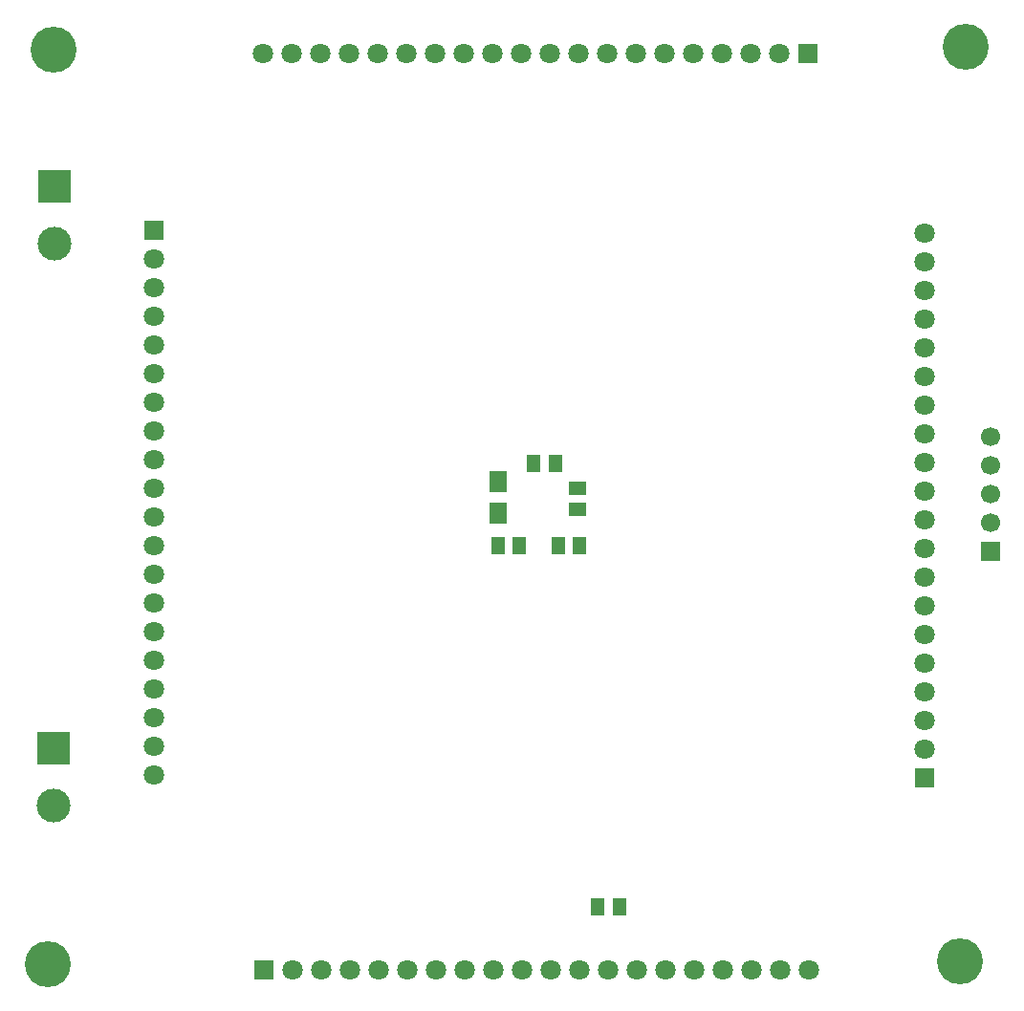
<source format=gbs>
G04 (created by PCBNEW (2013-07-07 BZR 4022)-stable) date 3/13/2015 2:12:22 PM*
%MOIN*%
G04 Gerber Fmt 3.4, Leading zero omitted, Abs format*
%FSLAX34Y34*%
G01*
G70*
G90*
G04 APERTURE LIST*
%ADD10C,0.00590551*%
%ADD11R,0.0669291X0.0669291*%
%ADD12C,0.0669291*%
%ADD13R,0.059X0.0512*%
%ADD14R,0.0512X0.059*%
%ADD15R,0.1181X0.1181*%
%ADD16C,0.1181*%
%ADD17R,0.0591X0.0768*%
%ADD18C,0.16*%
%ADD19R,0.0708661X0.0708661*%
%ADD20C,0.0708661*%
G04 APERTURE END LIST*
G54D10*
G54D11*
X77880Y-45820D03*
G54D12*
X77880Y-44820D03*
X77880Y-43820D03*
X77880Y-42820D03*
X77880Y-41820D03*
G54D13*
X63469Y-44350D03*
X63469Y-43600D03*
G54D14*
X60708Y-45621D03*
X61458Y-45621D03*
X61960Y-42731D03*
X62710Y-42731D03*
X62803Y-45593D03*
X63553Y-45593D03*
X64191Y-58208D03*
X64941Y-58208D03*
G54D15*
X45200Y-52660D03*
G54D16*
X45200Y-54660D03*
G54D17*
X60713Y-44461D03*
X60713Y-43379D03*
G54D18*
X45220Y-28320D03*
X45000Y-60200D03*
X77000Y-28200D03*
X76800Y-60100D03*
G54D19*
X52540Y-60400D03*
G54D20*
X53540Y-60400D03*
X54540Y-60400D03*
X55540Y-60400D03*
X56540Y-60400D03*
X57540Y-60400D03*
X58540Y-60400D03*
X59540Y-60400D03*
X60540Y-60400D03*
X61540Y-60400D03*
X62540Y-60400D03*
X63540Y-60400D03*
X64540Y-60400D03*
X65540Y-60400D03*
X66540Y-60400D03*
X67540Y-60400D03*
X68540Y-60400D03*
X69540Y-60400D03*
X70540Y-60400D03*
X71540Y-60400D03*
G54D19*
X48700Y-34600D03*
G54D20*
X48700Y-35600D03*
X48700Y-36600D03*
X48700Y-37600D03*
X48700Y-38600D03*
X48700Y-39600D03*
X48700Y-40600D03*
X48700Y-41600D03*
X48700Y-42600D03*
X48700Y-43600D03*
X48700Y-44600D03*
X48700Y-45600D03*
X48700Y-46600D03*
X48700Y-47600D03*
X48700Y-48600D03*
X48700Y-49600D03*
X48700Y-50600D03*
X48700Y-51600D03*
X48700Y-52600D03*
X48700Y-53600D03*
G54D19*
X75580Y-53700D03*
G54D20*
X75580Y-52700D03*
X75580Y-51700D03*
X75580Y-50700D03*
X75580Y-49700D03*
X75580Y-48700D03*
X75580Y-47700D03*
X75580Y-46700D03*
X75580Y-45700D03*
X75580Y-44700D03*
X75580Y-43700D03*
X75580Y-42700D03*
X75580Y-41700D03*
X75580Y-40700D03*
X75580Y-39700D03*
X75580Y-38700D03*
X75580Y-37700D03*
X75580Y-36700D03*
X75580Y-35700D03*
X75580Y-34700D03*
G54D19*
X71520Y-28440D03*
G54D20*
X70520Y-28440D03*
X69520Y-28440D03*
X68520Y-28440D03*
X67520Y-28440D03*
X66520Y-28440D03*
X65520Y-28440D03*
X64520Y-28440D03*
X63520Y-28440D03*
X62520Y-28440D03*
X61520Y-28440D03*
X60520Y-28440D03*
X59520Y-28440D03*
X58520Y-28440D03*
X57520Y-28440D03*
X56520Y-28440D03*
X55520Y-28440D03*
X54520Y-28440D03*
X53520Y-28440D03*
X52520Y-28440D03*
G54D15*
X45240Y-33080D03*
G54D16*
X45240Y-35080D03*
M02*

</source>
